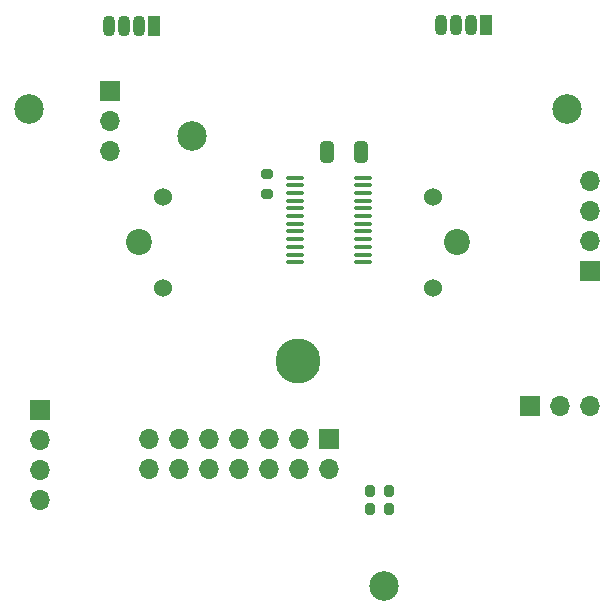
<source format=gbr>
%TF.GenerationSoftware,KiCad,Pcbnew,(6.0.9)*%
%TF.CreationDate,2023-01-27T17:05:39-09:00*%
%TF.ProjectId,GAUGE_Standby Altimeter,47415547-455f-4537-9461-6e6462792041,rev?*%
%TF.SameCoordinates,Original*%
%TF.FileFunction,Soldermask,Top*%
%TF.FilePolarity,Negative*%
%FSLAX46Y46*%
G04 Gerber Fmt 4.6, Leading zero omitted, Abs format (unit mm)*
G04 Created by KiCad (PCBNEW (6.0.9)) date 2023-01-27 17:05:39*
%MOMM*%
%LPD*%
G01*
G04 APERTURE LIST*
G04 Aperture macros list*
%AMRoundRect*
0 Rectangle with rounded corners*
0 $1 Rounding radius*
0 $2 $3 $4 $5 $6 $7 $8 $9 X,Y pos of 4 corners*
0 Add a 4 corners polygon primitive as box body*
4,1,4,$2,$3,$4,$5,$6,$7,$8,$9,$2,$3,0*
0 Add four circle primitives for the rounded corners*
1,1,$1+$1,$2,$3*
1,1,$1+$1,$4,$5*
1,1,$1+$1,$6,$7*
1,1,$1+$1,$8,$9*
0 Add four rect primitives between the rounded corners*
20,1,$1+$1,$2,$3,$4,$5,0*
20,1,$1+$1,$4,$5,$6,$7,0*
20,1,$1+$1,$6,$7,$8,$9,0*
20,1,$1+$1,$8,$9,$2,$3,0*%
G04 Aperture macros list end*
%ADD10RoundRect,0.250000X0.325000X0.650000X-0.325000X0.650000X-0.325000X-0.650000X0.325000X-0.650000X0*%
%ADD11RoundRect,0.200000X-0.275000X0.200000X-0.275000X-0.200000X0.275000X-0.200000X0.275000X0.200000X0*%
%ADD12RoundRect,0.200000X-0.200000X-0.275000X0.200000X-0.275000X0.200000X0.275000X-0.200000X0.275000X0*%
%ADD13O,1.700000X1.700000*%
%ADD14R,1.700000X1.700000*%
%ADD15O,1.070000X1.800000*%
%ADD16R,1.070000X1.800000*%
%ADD17C,2.500000*%
%ADD18RoundRect,0.100000X-0.637500X-0.100000X0.637500X-0.100000X0.637500X0.100000X-0.637500X0.100000X0*%
%ADD19C,3.800000*%
%ADD20C,2.200000*%
%ADD21C,1.524000*%
G04 APERTURE END LIST*
D10*
%TO.C,C1*%
X194212515Y-79642452D03*
X191262515Y-79642452D03*
%TD*%
D11*
%TO.C,R1*%
X186260515Y-81484452D03*
X186260515Y-83134452D03*
%TD*%
D12*
%TO.C,R2*%
X194897015Y-108280952D03*
X196547015Y-108280952D03*
%TD*%
%TO.C,R3*%
X196547015Y-109804952D03*
X194897015Y-109804952D03*
%TD*%
D13*
%TO.C,J1*%
X176262018Y-106477987D03*
X176262018Y-103937987D03*
X178802018Y-106477987D03*
X178802018Y-103937987D03*
X181342018Y-106477987D03*
X181342018Y-103937987D03*
X183882018Y-106477987D03*
X183882018Y-103937987D03*
X186422018Y-106477987D03*
X186422018Y-103937987D03*
X188962018Y-106477987D03*
X188962018Y-103937987D03*
X191502018Y-106477987D03*
D14*
X191502018Y-103937987D03*
%TD*%
D15*
%TO.C,D2*%
X200989807Y-68880574D03*
X202259807Y-68880574D03*
X203529807Y-68880574D03*
D16*
X204799807Y-68880574D03*
%TD*%
D15*
%TO.C,D1*%
X172834309Y-68912574D03*
X174104309Y-68912574D03*
X175374309Y-68912574D03*
D16*
X176644309Y-68912574D03*
%TD*%
D17*
%TO.C,H3*%
X196102017Y-116313568D03*
%TD*%
%TO.C,H2*%
X211592098Y-75997987D03*
%TD*%
%TO.C,H1*%
X166102018Y-75997987D03*
%TD*%
D18*
%TO.C,U1*%
X194330015Y-81782452D03*
X194330015Y-82432452D03*
X194330015Y-83082452D03*
X194330015Y-83732452D03*
X194330015Y-84382452D03*
X194330015Y-85032452D03*
X194330015Y-85682452D03*
X194330015Y-86332452D03*
X194330015Y-86982452D03*
X194330015Y-87632452D03*
X194330015Y-88282452D03*
X194330015Y-88932452D03*
X188605015Y-88932452D03*
X188605015Y-88282452D03*
X188605015Y-87632452D03*
X188605015Y-86982452D03*
X188605015Y-86332452D03*
X188605015Y-85682452D03*
X188605015Y-85032452D03*
X188605015Y-84382452D03*
X188605015Y-83732452D03*
X188605015Y-83082452D03*
X188605015Y-82432452D03*
X188605015Y-81782452D03*
%TD*%
D19*
%TO.C,M1*%
X188847058Y-97263953D03*
D17*
X179847058Y-78263953D03*
D20*
X202347058Y-87263953D03*
X175347058Y-87263953D03*
D21*
X200272058Y-83413953D03*
X200272058Y-91113953D03*
X177422058Y-91113953D03*
X177422058Y-83413953D03*
%TD*%
D13*
%TO.C,J3*%
X172925515Y-79515452D03*
X172925515Y-76975452D03*
D14*
X172925515Y-74435452D03*
%TD*%
D13*
%TO.C,J2*%
X213565515Y-101105452D03*
X211025515Y-101105452D03*
D14*
X208485515Y-101105452D03*
%TD*%
D13*
%TO.C,DS2*%
X213565515Y-82055452D03*
X213565515Y-84595452D03*
X213565515Y-87135452D03*
D14*
X213565515Y-89675452D03*
%TD*%
D13*
%TO.C,DS1*%
X167028601Y-109047091D03*
X167028601Y-106507091D03*
X167028601Y-103967091D03*
D14*
X167028601Y-101427091D03*
%TD*%
M02*

</source>
